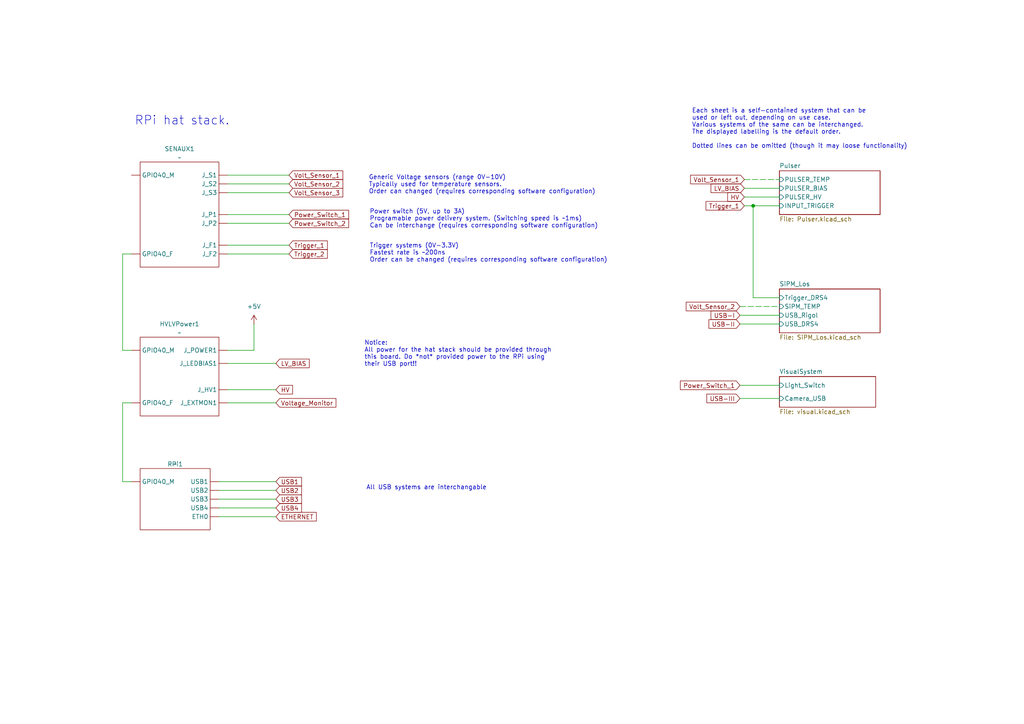
<source format=kicad_sch>
(kicad_sch (version 20231120) (generator "eeschema") (generator_version "8.0")
  (paper "A4")
  (title_block (title "Wiring_Master"))
  (lib_symbols
    (symbol "RPi_Block:HVLVPower"
      (property "Reference" "HVLVPower" (at 0 0 0))
      (symbol "HVLVPower_0_1"
        (rectangle (start -11.43 11.43) (end 11.43 -11.43))
      )
      (symbol "HVLVPower_1_1"
        (pin bidirectional line (at -13.97 -7.62 0) (length 2.54) (name "GPIO40_F") (number ""))
        (pin bidirectional line (at -13.97 7.62 0) (length 2.54) (name "GPIO40_M") (number ""))
        (pin input line (at 13.97 -7.62 180) (length 2.54) (name "J_EXTMON1") (number ""))
        (pin output line (at 13.97 -3.81 180) (length 2.54) (name "J_HV1") (number ""))
        (pin output line (at 13.97 3.81 180) (length 2.54) (name "J_LEDBIAS1") (number ""))
        (pin output line (at 13.97 7.62 180) (length 2.54) (name "J_POWER1") (number ""))
      )
    )
    (symbol "RPi_Block:RPi_Block"
      (property "Reference" "RPi" (at 0 0 0))
      (symbol "RPi_Block_0_1"
        (rectangle (start -10.16 8.89) (end 10.16 -8.89))
      )
      (symbol "RPi_Block_1_1"
        (pin bidirectional line (at 12.7 -5.08 180) (length 2.54) (name "ETH0") (number ""))
        (pin bidirectional line (at -12.7 5.08 0) (length 2.54) (name "GPIO40_M") (number ""))
        (pin bidirectional line (at 12.7 5.08 180) (length 2.54) (name "USB1") (number ""))
        (pin bidirectional line (at 12.7 2.54 180) (length 2.54) (name "USB2") (number ""))
        (pin bidirectional line (at 12.7 0 180) (length 2.54) (name "USB3") (number ""))
        (pin bidirectional line (at 12.7 -2.54 180) (length 2.54) (name "USB4") (number ""))
      )
    )
    (symbol "RPi_Block:SENAUX"
      (property "Reference" "SENAUX" (at 0 0 0))
      (symbol "SENAUX_0_1"
        (rectangle (start -11.43 15.24) (end 11.43 -15.24))
      )
      (symbol "SENAUX_1_1"
        (pin input line (at -13.97 -11.43 0) (length 2.54) (name "GPIO40_F") (number ""))
        (pin input line (at -13.97 11.43 0) (length 2.54) (name "GPIO40_M") (number ""))
        (pin input line (at 13.97 -8.89 180) (length 2.54) (name "J_F1") (number ""))
        (pin input line (at 13.97 -11.43 180) (length 2.54) (name "J_F2") (number ""))
        (pin input line (at 13.97 0 180) (length 2.54) (name "J_P1") (number ""))
        (pin input line (at 13.97 -2.54 180) (length 2.54) (name "J_P2") (number ""))
        (pin input line (at 13.97 11.43 180) (length 2.54) (name "J_S1") (number ""))
        (pin input line (at 13.97 8.89 180) (length 2.54) (name "J_S2") (number ""))
        (pin input line (at 13.97 6.35 180) (length 2.54) (name "J_S3") (number ""))
      )
    )
    (symbol "power:+5V" (power) (pin_numbers hide) (pin_names (offset 0) hide)
      (property "Value" "+5V" (at 0 3.556 0))
      (symbol "+5V_0_1"
        (polyline (pts (xy -0.762 1.27) (xy 0 2.54)))
        (polyline (pts (xy 0 0) (xy 0 2.54)))
        (polyline (pts (xy 0 2.54) (xy 0.762 1.27)))
      )
      (symbol "+5V_1_1"
        (pin power_in line (at 0 0 90) (length 0) (name "~") (number "1"))
      )
    )
  )
  (junction (at 218.44 59.69))
  (wire (pts (xy 218.44 86.36) (xy 226.06 86.36)))
  (wire (pts (xy 214.63 93.98) (xy 226.06 93.98)))
  (wire (pts (xy 38.1 73.66) (xy 35.56 73.66)))
  (wire (pts (xy 35.56 73.66) (xy 35.56 101.6)))
  (wire (pts (xy 63.5 139.7) (xy 80.01 139.7)))
  (wire (pts (xy 63.5 142.24) (xy 80.01 142.24)))
  (wire (pts (xy 214.63 88.9) (xy 226.06 88.9)) (stroke (width 0) (type dash)))
  (wire (pts (xy 66.04 73.66) (xy 83.82 73.66)))
  (wire (pts (xy 66.04 113.03) (xy 80.01 113.03)))
  (wire (pts (xy 66.04 71.12) (xy 83.82 71.12)))
  (wire (pts (xy 73.66 101.6) (xy 73.66 93.98)))
  (wire (pts (xy 214.63 111.76) (xy 226.06 111.76)))
  (wire (pts (xy 38.1 116.84) (xy 35.56 116.84)))
  (wire (pts (xy 218.44 59.69) (xy 226.06 59.69)))
  (wire (pts (xy 66.04 53.34) (xy 83.82 53.34)))
  (wire (pts (xy 215.9 52.07) (xy 226.06 52.07)) (stroke (width 0) (type dash)))
  (wire (pts (xy 218.44 59.69) (xy 218.44 86.36)))
  (wire (pts (xy 63.5 147.32) (xy 80.01 147.32)))
  (wire (pts (xy 66.04 64.77) (xy 83.82 64.77)))
  (wire (pts (xy 35.56 116.84) (xy 35.56 139.7)))
  (wire (pts (xy 215.9 57.15) (xy 226.06 57.15)))
  (wire (pts (xy 66.04 101.6) (xy 73.66 101.6)))
  (wire (pts (xy 63.5 149.86) (xy 80.01 149.86)))
  (wire (pts (xy 66.04 116.84) (xy 80.01 116.84)))
  (wire (pts (xy 63.5 144.78) (xy 80.01 144.78)))
  (wire (pts (xy 214.63 91.44) (xy 226.06 91.44)))
  (wire (pts (xy 214.63 115.57) (xy 226.06 115.57)))
  (wire (pts (xy 35.56 101.6) (xy 38.1 101.6)))
  (wire (pts (xy 66.04 62.23) (xy 83.82 62.23)))
  (wire (pts (xy 35.56 139.7) (xy 38.1 139.7)))
  (wire (pts (xy 215.9 54.61) (xy 226.06 54.61)))
  (wire (pts (xy 215.9 59.69) (xy 218.44 59.69)))
  (wire (pts (xy 66.04 55.88) (xy 83.82 55.88)))
  (wire (pts (xy 66.04 105.41) (xy 80.01 105.41)))
  (wire (pts (xy 66.04 50.8) (xy 83.82 50.8)))
  (text "Notice: \nAll power for the hat stack should be provided through \nthis board. Do *not* provided power to the RPi using \ntheir USB port!!" (at 105.664 102.616 0) (effects (font (size 1.27 1.27)) (justify left)))
  (text "Each sheet is a self-contained system that can be \nused or left out, depending on use case.\nVarious systems of the same can be interchanged.\nThe displayed labelling is the default order.\n\nDotted lines can be omitted (though it may loose functionality)" (at 200.66 37.338 0) (effects (font (size 1.27 1.27)) (justify left)))
  (text "Generic Voltage sensors (range 0V-10V)\nTypically used for temperature sensors. \nOrder can changed (requires corresponding software configuration)" (at 106.934 53.594 0) (effects (font (size 1.27 1.27)) (justify left)))
  (text "All USB systems are interchangable" (at 123.698 141.478 0) (effects (font (size 1.27 1.27))))
  (text "Power switch (5V, up to 3A)\nProgramable power delivery system. (Switching speed is ~1ms)\nCan be interchange (requires corresponding software configuration)" (at 107.188 63.5 0) (effects (font (size 1.27 1.27)) (justify left)))
  (text "RPi hat stack.\n" (at 52.832 35.052 0) (effects (font (size 2.54 2.54))))
  (text "Trigger systems (0V-3.3V)\nFastest rate is ~200ns\nOrder can be changed (requires corresponding software configuration)" (at 107.188 73.406 0) (effects (font (size 1.27 1.27)) (justify left)))
  (global_label "Trigger_1" (shape input) (at 83.82 71.12 0) (property "Intersheetrefs" "${INTERSHEET_REFS}" (effects (hide yes))))
  (global_label "Power_Switch_2" (shape input) (at 83.82 64.77 0) (property "Intersheetrefs" "${INTERSHEET_REFS}" (effects (hide yes))))
  (global_label "USB-III" (shape input) (at 214.63 115.57 180) (property "Intersheetrefs" "${INTERSHEET_REFS}" (effects (hide yes))))
  (global_label "USB1" (shape input) (at 80.01 139.7 0) (property "Intersheetrefs" "${INTERSHEET_REFS}" (effects (hide yes))))
  (global_label "USB2" (shape input) (at 80.01 142.24 0) (property "Intersheetrefs" "${INTERSHEET_REFS}" (effects (hide yes))))
  (global_label "Trigger_1" (shape input) (at 215.9 59.69 180) (property "Intersheetrefs" "${INTERSHEET_REFS}" (effects (hide yes))))
  (global_label "USB4" (shape input) (at 80.01 147.32 0) (property "Intersheetrefs" "${INTERSHEET_REFS}" (effects (hide yes))))
  (global_label "Volt_Sensor_3" (shape input) (at 83.82 55.88 0) (property "Intersheetrefs" "${INTERSHEET_REFS}" (effects (hide yes))))
  (global_label "Volt_Sensor_1" (shape input) (at 83.82 50.8 0) (property "Intersheetrefs" "${INTERSHEET_REFS}" (effects (hide yes))))
  (global_label "ETHERNET" (shape input) (at 80.01 149.86 0) (property "Intersheetrefs" "${INTERSHEET_REFS}" (effects (hide yes))))
  (global_label "HV" (shape input) (at 80.01 113.03 0) (property "Intersheetrefs" "${INTERSHEET_REFS}" (effects (hide yes))))
  (global_label "USB-I" (shape input) (at 214.63 91.44 180) (property "Intersheetrefs" "${INTERSHEET_REFS}" (effects (hide yes))))
  (global_label "Volt_Sensor_1" (shape input) (at 215.9 52.07 180) (property "Intersheetrefs" "${INTERSHEET_REFS}" (effects (hide yes))))
  (global_label "Volt_Sensor_2" (shape input) (at 83.82 53.34 0) (property "Intersheetrefs" "${INTERSHEET_REFS}" (effects (hide yes))))
  (global_label "HV" (shape input) (at 215.9 57.15 180) (property "Intersheetrefs" "${INTERSHEET_REFS}" (effects (hide yes))))
  (global_label "Power_Switch_1" (shape input) (at 83.82 62.23 0) (property "Intersheetrefs" "${INTERSHEET_REFS}" (effects (hide yes))))
  (global_label "LV_BIAS" (shape input) (at 80.01 105.41 0) (property "Intersheetrefs" "${INTERSHEET_REFS}" (effects (hide yes))))
  (global_label "Power_Switch_1" (shape input) (at 214.63 111.76 180) (property "Intersheetrefs" "${INTERSHEET_REFS}" (effects (hide yes))))
  (global_label "LV_BIAS" (shape input) (at 215.9 54.61 180) (property "Intersheetrefs" "${INTERSHEET_REFS}" (effects (hide yes))))
  (global_label "USB-II" (shape input) (at 214.63 93.98 180) (property "Intersheetrefs" "${INTERSHEET_REFS}" (effects (hide yes))))
  (global_label "Trigger_2" (shape input) (at 83.82 73.66 0) (property "Intersheetrefs" "${INTERSHEET_REFS}" (effects (hide yes))))
  (global_label "Volt_Sensor_2" (shape input) (at 214.63 88.9 180) (property "Intersheetrefs" "${INTERSHEET_REFS}" (effects (hide yes))))
  (global_label "Voltage_Monitor" (shape input) (at 80.01 116.84 0) (property "Intersheetrefs" "${INTERSHEET_REFS}" (effects (hide yes))))
  (global_label "USB3" (shape input) (at 80.01 144.78 0) (property "Intersheetrefs" "${INTERSHEET_REFS}" (effects (hide yes))))
  (symbol (lib_id "RPi_Block:HVLVPower") (at 52.07 109.22 0) (unit 1)
    (property "Reference" "HVLVPower1" (at 52.07 93.98 0))
    (property "Value" "~" (at 52.07 96.52 0))
  )
  (symbol (lib_id "power:+5V") (at 73.66 93.98 0) (unit 1)
    (property "Reference" "#PWR01" (effects (hide yes)))
    (property "Value" "+5V" (at 73.66 88.9 0))
    (property "Description" "Power symbol creates a global label with name \"+5V\"" (effects (hide yes)))
  )
  (symbol (lib_id "RPi_Block:SENAUX") (at 52.07 62.23 0) (unit 1)
    (property "Reference" "SENAUX1" (at 52.07 43.18 0))
    (property "Value" "~" (at 52.07 45.72 0))
  )
  (symbol (lib_id "RPi_Block:RPi_Block") (at 50.8 144.78 0) (unit 1)
    (property "Reference" "RPi1" (at 50.8 134.62 0))
    (property "Value" "~" (at 50.8 134.62 0))
  )
  (sheet (at 226.06 49.53) (size 29.21 12.7) (stroke (width 0.1524))
    (property "Sheetname" "Pulser" (at 226.06 48.8184 0) (effects (justify left bottom)))
    (property "Sheetfile" "Pulser.kicad_sch" (at 226.06 62.8146 0) (effects (justify left top)))
    (pin "PULSER_HV" input (at 226.06 57.15 180))
    (pin "PULSER_BIAS" input (at 226.06 54.61 180))
    (pin "INPUT_TRIGGER" input (at 226.06 59.69 180))
    (pin "PULSER_TEMP" input (at 226.06 52.07 180))
  )
  (sheet (at 226.06 109.22) (size 27.94 8.89) (stroke (width 0.1524))
    (property "Sheetname" "VisualSystem" (at 226.06 108.5084 0) (effects (justify left bottom)))
    (property "Sheetfile" "visual.kicad_sch" (at 226.06 118.6946 0) (effects (justify left top)))
    (pin "Light_Switch" input (at 226.06 111.76 180))
    (pin "Camera_USB" input (at 226.06 115.57 180))
  )
  (sheet (at 226.06 83.82) (size 29.21 12.7) (stroke (width 0.1524))
    (property "Sheetname" "SiPM_Los" (at 226.06 83.1084 0) (effects (justify left bottom)))
    (property "Sheetfile" "SiPM_Los.kicad_sch" (at 226.06 97.1046 0) (effects (justify left top)))
    (pin "USB_Rigol" input (at 226.06 91.44 180))
    (pin "SiPM_TEMP" input (at 226.06 88.9 180))
    (pin "USB_DRS4" input (at 226.06 93.98 180))
    (pin "Trigger_DRS4" input (at 226.06 86.36 180))
  )
)
</source>
